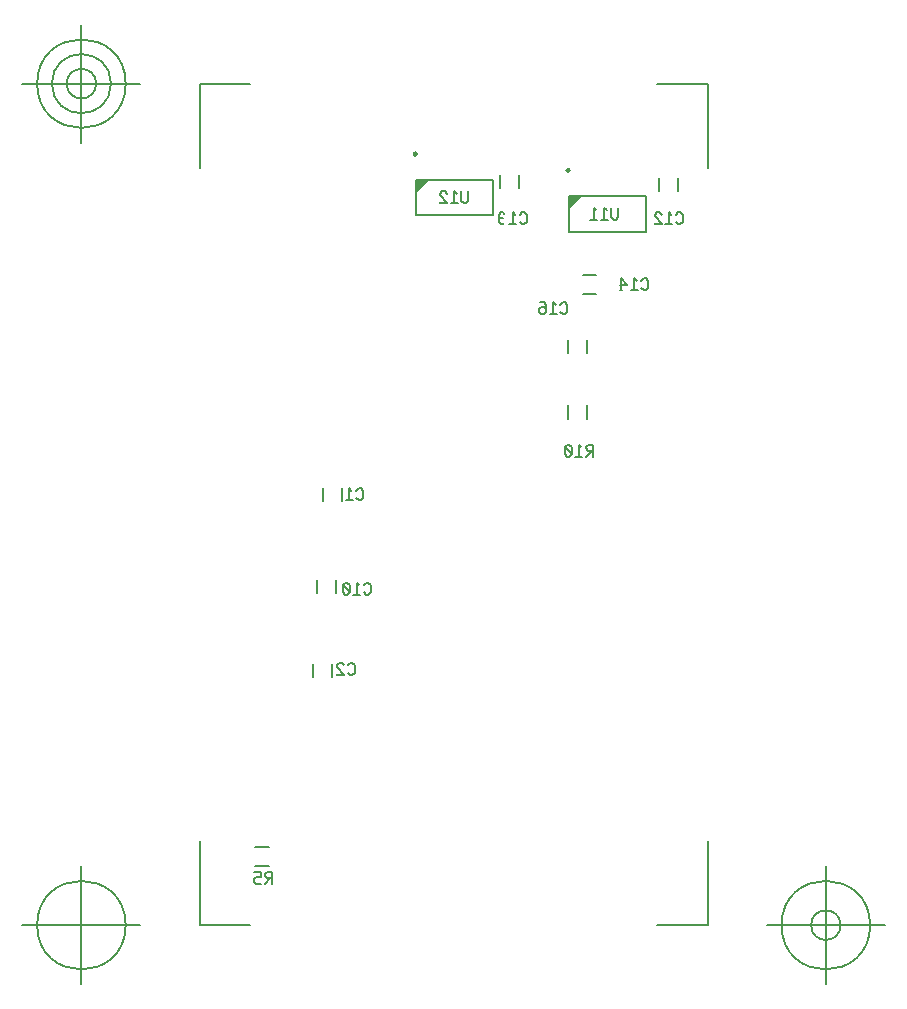
<source format=gbr>
G04 Generated by Ultiboard 11.0 *
%FSLAX25Y25*%
%MOIN*%

%ADD10C,0.00612*%
%ADD11C,0.00787*%
%ADD12C,0.00984*%
%ADD13C,0.00500*%


G04 ColorRGB FF14FF for the following layer *
%LNSilkscreen Bottom*%
%LPD*%
%FSLAX25Y25*%
%MOIN*%
G54D10*
X18636Y-15252D02*
X18636Y-11315D01*
X18636Y-11315D02*
X17068Y-11315D01*
X17068Y-11315D02*
X16284Y-12102D01*
X16284Y-12102D02*
X16284Y-12496D01*
X16284Y-12496D02*
X17068Y-13283D01*
X17068Y-13283D02*
X18636Y-13283D01*
X18244Y-13283D02*
X16284Y-15252D01*
X12756Y-11315D02*
X15108Y-11315D01*
X15108Y-11315D02*
X15108Y-12890D01*
X15108Y-12890D02*
X13540Y-12890D01*
X13540Y-12890D02*
X12756Y-13677D01*
X12756Y-13677D02*
X12756Y-14465D01*
X12756Y-14465D02*
X13540Y-15252D01*
X13540Y-15252D02*
X15108Y-15252D01*
X125691Y127169D02*
X125691Y131106D01*
X125691Y131106D02*
X124123Y131106D01*
X124123Y131106D02*
X123339Y130319D01*
X123339Y130319D02*
X123339Y129925D01*
X123339Y129925D02*
X124123Y129138D01*
X124123Y129138D02*
X125691Y129138D01*
X125299Y129138D02*
X123339Y127169D01*
X121771Y130319D02*
X120987Y131106D01*
X120987Y131106D02*
X120987Y127169D01*
X122163Y127169D02*
X119811Y127169D01*
X118636Y130319D02*
X117852Y131106D01*
X117852Y131106D02*
X117068Y131106D01*
X117068Y131106D02*
X116284Y130319D01*
X116284Y130319D02*
X116284Y127957D01*
X116284Y127957D02*
X117068Y127169D01*
X117068Y127169D02*
X117852Y127169D01*
X117852Y127169D02*
X118636Y127957D01*
X118636Y127957D02*
X118636Y130319D01*
X116284Y130319D02*
X118636Y127957D01*
X141839Y183457D02*
X142623Y182669D01*
X142623Y182669D02*
X143407Y182669D01*
X143407Y182669D02*
X144191Y183457D01*
X144191Y183457D02*
X144191Y185819D01*
X144191Y185819D02*
X143407Y186606D01*
X143407Y186606D02*
X142623Y186606D01*
X142623Y186606D02*
X141839Y185819D01*
X140271Y185819D02*
X139487Y186606D01*
X139487Y186606D02*
X139487Y182669D01*
X140663Y182669D02*
X138311Y182669D01*
X134784Y184244D02*
X137136Y184244D01*
X137136Y184244D02*
X135176Y186606D01*
X135176Y186606D02*
X135176Y182669D01*
X135568Y182669D02*
X134784Y182669D01*
X134191Y210106D02*
X134191Y206957D01*
X134191Y206957D02*
X133407Y206169D01*
X133407Y206169D02*
X132623Y206169D01*
X132623Y206169D02*
X131839Y206957D01*
X131839Y206957D02*
X131839Y210106D01*
X130271Y209319D02*
X129487Y210106D01*
X129487Y210106D02*
X129487Y206169D01*
X130663Y206169D02*
X128311Y206169D01*
X126744Y209319D02*
X125960Y210106D01*
X125960Y210106D02*
X125960Y206169D01*
X127136Y206169D02*
X124784Y206169D01*
X43961Y55213D02*
X44745Y54425D01*
X44745Y54425D02*
X45529Y54425D01*
X45529Y54425D02*
X46313Y55213D01*
X46313Y55213D02*
X46313Y57575D01*
X46313Y57575D02*
X45529Y58362D01*
X45529Y58362D02*
X44745Y58362D01*
X44745Y58362D02*
X43961Y57575D01*
X42785Y57575D02*
X42001Y58362D01*
X42001Y58362D02*
X41217Y58362D01*
X41217Y58362D02*
X40434Y57575D01*
X40434Y57575D02*
X40434Y57181D01*
X40434Y57181D02*
X42785Y54425D01*
X42785Y54425D02*
X40434Y54425D01*
X40434Y54425D02*
X40434Y54819D01*
X49339Y81957D02*
X50123Y81169D01*
X50123Y81169D02*
X50907Y81169D01*
X50907Y81169D02*
X51691Y81957D01*
X51691Y81957D02*
X51691Y84319D01*
X51691Y84319D02*
X50907Y85106D01*
X50907Y85106D02*
X50123Y85106D01*
X50123Y85106D02*
X49339Y84319D01*
X47771Y84319D02*
X46987Y85106D01*
X46987Y85106D02*
X46987Y81169D01*
X48163Y81169D02*
X45811Y81169D01*
X44636Y84319D02*
X43852Y85106D01*
X43852Y85106D02*
X43068Y85106D01*
X43068Y85106D02*
X42284Y84319D01*
X42284Y84319D02*
X42284Y81957D01*
X42284Y81957D02*
X43068Y81169D01*
X43068Y81169D02*
X43852Y81169D01*
X43852Y81169D02*
X44636Y81957D01*
X44636Y81957D02*
X44636Y84319D01*
X42284Y84319D02*
X44636Y81957D01*
X46811Y113457D02*
X47595Y112669D01*
X47595Y112669D02*
X48379Y112669D01*
X48379Y112669D02*
X49163Y113457D01*
X49163Y113457D02*
X49163Y115819D01*
X49163Y115819D02*
X48379Y116606D01*
X48379Y116606D02*
X47595Y116606D01*
X47595Y116606D02*
X46811Y115819D01*
X45244Y115819D02*
X44460Y116606D01*
X44460Y116606D02*
X44460Y112669D01*
X45636Y112669D02*
X43284Y112669D01*
X114839Y175457D02*
X115623Y174669D01*
X115623Y174669D02*
X116407Y174669D01*
X116407Y174669D02*
X117191Y175457D01*
X117191Y175457D02*
X117191Y177819D01*
X117191Y177819D02*
X116407Y178606D01*
X116407Y178606D02*
X115623Y178606D01*
X115623Y178606D02*
X114839Y177819D01*
X113271Y177819D02*
X112487Y178606D01*
X112487Y178606D02*
X112487Y174669D01*
X113663Y174669D02*
X111311Y174669D01*
X108176Y178606D02*
X109352Y178606D01*
X109352Y178606D02*
X110136Y177819D01*
X110136Y177819D02*
X110136Y176244D01*
X110136Y176244D02*
X110136Y175457D01*
X110136Y175457D02*
X109352Y174669D01*
X109352Y174669D02*
X108568Y174669D01*
X108568Y174669D02*
X107784Y175457D01*
X107784Y175457D02*
X107784Y176244D01*
X107784Y176244D02*
X108568Y177031D01*
X108568Y177031D02*
X109352Y177031D01*
X109352Y177031D02*
X110136Y176244D01*
X101339Y205457D02*
X102123Y204669D01*
X102123Y204669D02*
X102907Y204669D01*
X102907Y204669D02*
X103691Y205457D01*
X103691Y205457D02*
X103691Y207819D01*
X103691Y207819D02*
X102907Y208606D01*
X102907Y208606D02*
X102123Y208606D01*
X102123Y208606D02*
X101339Y207819D01*
X99771Y207819D02*
X98987Y208606D01*
X98987Y208606D02*
X98987Y204669D01*
X100163Y204669D02*
X97811Y204669D01*
X96244Y208213D02*
X95852Y208606D01*
X95852Y208606D02*
X95068Y208606D01*
X95068Y208606D02*
X94284Y207819D01*
X94284Y207819D02*
X94284Y207031D01*
X94284Y207031D02*
X94676Y206638D01*
X94676Y206638D02*
X94284Y206244D01*
X94284Y206244D02*
X94284Y205457D01*
X94284Y205457D02*
X95068Y204669D01*
X95068Y204669D02*
X95852Y204669D01*
X95852Y204669D02*
X96244Y205063D01*
X95852Y206638D02*
X94676Y206638D01*
X84191Y215606D02*
X84191Y212457D01*
X84191Y212457D02*
X83407Y211669D01*
X83407Y211669D02*
X82623Y211669D01*
X82623Y211669D02*
X81839Y212457D01*
X81839Y212457D02*
X81839Y215606D01*
X80271Y214819D02*
X79487Y215606D01*
X79487Y215606D02*
X79487Y211669D01*
X80663Y211669D02*
X78311Y211669D01*
X77136Y214819D02*
X76352Y215606D01*
X76352Y215606D02*
X75568Y215606D01*
X75568Y215606D02*
X74784Y214819D01*
X74784Y214819D02*
X74784Y214425D01*
X74784Y214425D02*
X77136Y211669D01*
X77136Y211669D02*
X74784Y211669D01*
X74784Y211669D02*
X74784Y212063D01*
X153339Y205457D02*
X154123Y204669D01*
X154123Y204669D02*
X154907Y204669D01*
X154907Y204669D02*
X155691Y205457D01*
X155691Y205457D02*
X155691Y207819D01*
X155691Y207819D02*
X154907Y208606D01*
X154907Y208606D02*
X154123Y208606D01*
X154123Y208606D02*
X153339Y207819D01*
X151771Y207819D02*
X150987Y208606D01*
X150987Y208606D02*
X150987Y204669D01*
X152163Y204669D02*
X149811Y204669D01*
X148636Y207819D02*
X147852Y208606D01*
X147852Y208606D02*
X147068Y208606D01*
X147068Y208606D02*
X146284Y207819D01*
X146284Y207819D02*
X146284Y207425D01*
X146284Y207425D02*
X148636Y204669D01*
X148636Y204669D02*
X146284Y204669D01*
X146284Y204669D02*
X146284Y205063D01*
G54D11*
X17862Y-9150D02*
X13138Y-9150D01*
X17862Y-2850D02*
X13138Y-2850D01*
X17862Y-2850D02*
X13138Y-2850D01*
X117350Y139638D02*
X117350Y144362D01*
X123650Y139638D02*
X123650Y144362D01*
X123650Y139638D02*
X123650Y144362D01*
X126665Y187650D02*
X122335Y187650D01*
X126665Y187650D02*
X122335Y187650D01*
X126665Y181350D02*
X122335Y181350D01*
X117705Y213906D02*
X143295Y213906D01*
X143295Y202094D02*
X117705Y202094D01*
X117705Y202094D02*
X117705Y213906D01*
X117705Y209969D02*
X121642Y213906D01*
X117705Y210756D02*
X120854Y213906D01*
X117705Y211543D02*
X120067Y213906D01*
X117705Y212331D02*
X119280Y213906D01*
X117705Y213118D02*
X118492Y213906D01*
X143295Y213906D02*
X143295Y202094D01*
X32350Y58165D02*
X32350Y53835D01*
X32350Y58165D02*
X32350Y53835D01*
X38650Y58165D02*
X38650Y53835D01*
X40150Y86165D02*
X40150Y81835D01*
X33850Y86165D02*
X33850Y81835D01*
X33850Y86165D02*
X33850Y81835D01*
X35850Y112335D02*
X35850Y116665D01*
X42150Y112335D02*
X42150Y116665D01*
X42150Y112335D02*
X42150Y116665D01*
X123650Y166165D02*
X123650Y161835D01*
X117350Y166165D02*
X117350Y161835D01*
X117350Y166165D02*
X117350Y161835D01*
X94850Y216835D02*
X94850Y221165D01*
X101150Y216835D02*
X101150Y221165D01*
X101150Y216835D02*
X101150Y221165D01*
X92295Y207594D02*
X66705Y207594D01*
X66705Y219406D02*
X92295Y219406D01*
X66705Y215469D02*
X70642Y219406D01*
X66705Y216256D02*
X69854Y219406D01*
X66705Y217043D02*
X69067Y219406D01*
X66705Y217831D02*
X68280Y219406D01*
X66705Y218618D02*
X67492Y219406D01*
X66705Y207594D02*
X66705Y219406D01*
X92295Y219406D02*
X92295Y207594D01*
X147850Y215835D02*
X147850Y220165D01*
X154150Y215835D02*
X154150Y220165D01*
X154150Y215835D02*
X154150Y220165D01*
G54D12*
X117016Y222567D02*
G75*
D01*
G02X117016Y222567I492J0*
G01*
X66016Y228067D02*
G75*
D01*
G02X66016Y228067I492J0*
G01*
G54D13*
X-5400Y-29000D02*
X-5400Y-950D01*
X-5400Y-29000D02*
X11540Y-29000D01*
X164000Y-29000D02*
X147060Y-29000D01*
X164000Y-29000D02*
X164000Y-950D01*
X164000Y251500D02*
X164000Y223450D01*
X164000Y251500D02*
X147060Y251500D01*
X-5400Y251500D02*
X11540Y251500D01*
X-5400Y251500D02*
X-5400Y223450D01*
X-25085Y-29000D02*
X-64455Y-29000D01*
X-44770Y-48685D02*
X-44770Y-9315D01*
X-59534Y-29000D02*
G75*
D01*
G02X-59534Y-29000I14764J0*
G01*
X183685Y-29000D02*
X223055Y-29000D01*
X203370Y-48685D02*
X203370Y-9315D01*
X188606Y-29000D02*
G75*
D01*
G02X188606Y-29000I14764J0*
G01*
X198449Y-29000D02*
G75*
D01*
G02X198449Y-29000I4921J0*
G01*
X-25085Y251500D02*
X-64455Y251500D01*
X-44770Y231815D02*
X-44770Y271185D01*
X-59534Y251500D02*
G75*
D01*
G02X-59534Y251500I14764J0*
G01*
X-54613Y251500D02*
G75*
D01*
G02X-54613Y251500I9843J0*
G01*
X-49691Y251500D02*
G75*
D01*
G02X-49691Y251500I4921J0*
G01*

M00*

</source>
